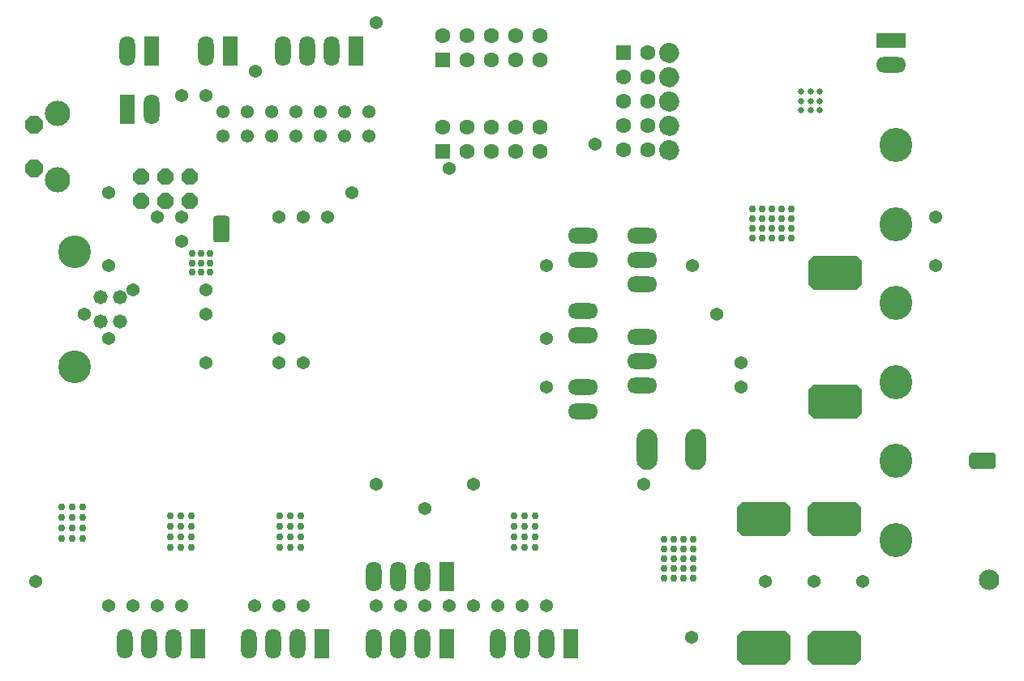
<source format=gbs>
G04 Layer_Color=16711935*
%FSLAX25Y25*%
%MOIN*%
G70*
G01*
G75*
%ADD115C,0.03000*%
%ADD121C,0.08400*%
G04:AMPARAMS|DCode=252|XSize=54mil|YSize=54mil|CornerRadius=27mil|HoleSize=0mil|Usage=FLASHONLY|Rotation=270.000|XOffset=0mil|YOffset=0mil|HoleType=Round|Shape=RoundedRectangle|*
%AMROUNDEDRECTD252*
21,1,0.05400,0.00000,0,0,270.0*
21,1,0.00000,0.05400,0,0,270.0*
1,1,0.05400,0.00000,0.00000*
1,1,0.05400,0.00000,0.00000*
1,1,0.05400,0.00000,0.00000*
1,1,0.05400,0.00000,0.00000*
%
%ADD252ROUNDEDRECTD252*%
%ADD257R,0.06305X0.06305*%
%ADD258C,0.06305*%
%ADD259O,0.06400X0.12400*%
%ADD260R,0.06400X0.12400*%
%ADD261R,0.06305X0.06305*%
%ADD262O,0.13400X0.14000*%
%ADD263O,0.12400X0.06400*%
%ADD264O,0.08650X0.16900*%
G04:AMPARAMS|DCode=265|XSize=137mil|YSize=87mil|CornerRadius=0mil|HoleSize=0mil|Usage=FLASHONLY|Rotation=270.000|XOffset=0mil|YOffset=0mil|HoleType=Round|Shape=Octagon|*
%AMOCTAGOND265*
4,1,8,-0.02175,-0.06850,0.02175,-0.06850,0.04350,-0.04675,0.04350,0.04675,0.02175,0.06850,-0.02175,0.06850,-0.04350,0.04675,-0.04350,-0.04675,-0.02175,-0.06850,0.0*
%
%ADD265OCTAGOND265*%

%ADD266P,0.07144X8X22.5*%
%ADD267C,0.13450*%
%ADD268C,0.05800*%
%ADD269C,0.10400*%
%ADD270P,0.08010X8X292.5*%
%ADD271R,0.12400X0.06400*%
%ADD272C,0.05439*%
%ADD273C,0.02600*%
%ADD274C,0.04200*%
%ADD275R,0.07045X0.03543*%
%ADD276R,0.03543X0.07045*%
G04:AMPARAMS|DCode=277|XSize=54mil|YSize=54mil|CornerRadius=27mil|HoleSize=0mil|Usage=FLASHONLY|Rotation=0.000|XOffset=0mil|YOffset=0mil|HoleType=Round|Shape=RoundedRectangle|*
%AMROUNDEDRECTD277*
21,1,0.05400,0.00000,0,0,0.0*
21,1,0.00000,0.05400,0,0,0.0*
1,1,0.05400,0.00000,0.00000*
1,1,0.05400,0.00000,0.00000*
1,1,0.05400,0.00000,0.00000*
1,1,0.05400,0.00000,0.00000*
%
%ADD277ROUNDEDRECTD277*%
G04:AMPARAMS|DCode=278|XSize=50mil|YSize=67mil|CornerRadius=13.5mil|HoleSize=0mil|Usage=FLASHONLY|Rotation=270.000|XOffset=0mil|YOffset=0mil|HoleType=Round|Shape=RoundedRectangle|*
%AMROUNDEDRECTD278*
21,1,0.05000,0.04000,0,0,270.0*
21,1,0.02300,0.06700,0,0,270.0*
1,1,0.02700,-0.02000,-0.01150*
1,1,0.02700,-0.02000,0.01150*
1,1,0.02700,0.02000,0.01150*
1,1,0.02700,0.02000,-0.01150*
%
%ADD278ROUNDEDRECTD278*%
G04:AMPARAMS|DCode=279|XSize=50mil|YSize=67mil|CornerRadius=13.5mil|HoleSize=0mil|Usage=FLASHONLY|Rotation=180.000|XOffset=0mil|YOffset=0mil|HoleType=Round|Shape=RoundedRectangle|*
%AMROUNDEDRECTD279*
21,1,0.05000,0.04000,0,0,180.0*
21,1,0.02300,0.06700,0,0,180.0*
1,1,0.02700,-0.01150,0.02000*
1,1,0.02700,0.01150,0.02000*
1,1,0.02700,0.01150,-0.02000*
1,1,0.02700,-0.01150,-0.02000*
%
%ADD279ROUNDEDRECTD279*%
G36*
X344280Y60135D02*
X335179D01*
Y74035D01*
X344280D01*
Y60135D01*
D02*
G37*
G36*
X315275Y7175D02*
X306175D01*
Y21075D01*
X315275D01*
Y7175D01*
D02*
G37*
G36*
X344280Y7135D02*
X335179D01*
Y21035D01*
X344280D01*
Y7135D01*
D02*
G37*
G36*
X344779Y161435D02*
X335680D01*
Y175335D01*
X344779D01*
Y161435D01*
D02*
G37*
G36*
Y108435D02*
X335680D01*
Y122335D01*
X344779D01*
Y108435D01*
D02*
G37*
G36*
X315275Y60175D02*
X306175D01*
Y74075D01*
X315275D01*
Y60175D01*
D02*
G37*
G54D115*
X318188Y182852D02*
D03*
X322188D02*
D03*
Y186852D02*
D03*
X318188D02*
D03*
Y190852D02*
D03*
X322188D02*
D03*
Y194852D02*
D03*
X318188D02*
D03*
X310188D02*
D03*
X306188D02*
D03*
Y190852D02*
D03*
X310188D02*
D03*
Y186852D02*
D03*
X306188D02*
D03*
Y182852D02*
D03*
X310188D02*
D03*
X314188D02*
D03*
Y186852D02*
D03*
Y194852D02*
D03*
Y190852D02*
D03*
X273656Y50743D02*
D03*
X269656D02*
D03*
X277656D02*
D03*
X281656D02*
D03*
Y46742D02*
D03*
Y42742D02*
D03*
X277656D02*
D03*
Y46742D02*
D03*
X273656D02*
D03*
Y42742D02*
D03*
X269656D02*
D03*
Y46742D02*
D03*
Y54742D02*
D03*
Y58742D02*
D03*
X273656D02*
D03*
Y54742D02*
D03*
X277656D02*
D03*
Y58742D02*
D03*
X281656D02*
D03*
Y54742D02*
D03*
X79575Y172575D02*
D03*
Y176315D02*
D03*
X75806Y176351D02*
D03*
X75854Y172575D02*
D03*
X75835Y168736D02*
D03*
X79575Y168835D02*
D03*
X83315D02*
D03*
Y172575D02*
D03*
Y176315D02*
D03*
X22006Y72076D02*
D03*
X30668Y59084D02*
D03*
X26337D02*
D03*
X22006D02*
D03*
X30668Y63415D02*
D03*
X26337D02*
D03*
X22006D02*
D03*
X30668Y67746D02*
D03*
X26337D02*
D03*
X22006D02*
D03*
X30668Y72076D02*
D03*
X26337D02*
D03*
X71075Y68476D02*
D03*
X75406D02*
D03*
X66744Y64146D02*
D03*
X71075D02*
D03*
X75406D02*
D03*
X66744Y59815D02*
D03*
X71075D02*
D03*
X75406D02*
D03*
X66744Y55484D02*
D03*
X71075D02*
D03*
X75406D02*
D03*
X66744Y68476D02*
D03*
X111744D02*
D03*
X120405Y55484D02*
D03*
X116075D02*
D03*
X111744D02*
D03*
X120405Y59815D02*
D03*
X116075D02*
D03*
X111744D02*
D03*
X120405Y64146D02*
D03*
X116075D02*
D03*
X111744D02*
D03*
X120405Y68476D02*
D03*
X116075D02*
D03*
X212475D02*
D03*
X216806D02*
D03*
X208144Y64146D02*
D03*
X212475D02*
D03*
X216806D02*
D03*
X208144Y59815D02*
D03*
X212475D02*
D03*
X216806D02*
D03*
X208144Y55484D02*
D03*
X212475D02*
D03*
X216806D02*
D03*
X208144Y68476D02*
D03*
G54D121*
X403642Y42126D02*
D03*
G54D252*
X301575Y121575D02*
D03*
X291575Y151575D02*
D03*
X281575Y171575D02*
D03*
X191575Y31575D02*
D03*
X211575D02*
D03*
X201575D02*
D03*
X221575D02*
D03*
X151575D02*
D03*
X171575D02*
D03*
X161575D02*
D03*
X181575D02*
D03*
X71575D02*
D03*
X111575D02*
D03*
X101575D02*
D03*
X121575D02*
D03*
X11575Y41575D02*
D03*
X281275Y18375D02*
D03*
X221575Y121575D02*
D03*
X241575Y221575D02*
D03*
X51575Y31575D02*
D03*
X41575D02*
D03*
X61575D02*
D03*
X151575Y81575D02*
D03*
X171575Y71575D02*
D03*
X191575Y81575D02*
D03*
X121575Y191575D02*
D03*
X51575Y161575D02*
D03*
X41575Y171575D02*
D03*
X141575Y201575D02*
D03*
X81575Y241575D02*
D03*
G54D257*
X253243Y259146D02*
D03*
G54D258*
X263243D02*
D03*
X253243Y249146D02*
D03*
X263243D02*
D03*
X253243Y239146D02*
D03*
X263243D02*
D03*
X253243Y229146D02*
D03*
X263243D02*
D03*
X253243Y219146D02*
D03*
X263243D02*
D03*
X218975Y228475D02*
D03*
Y218475D02*
D03*
X208975Y228475D02*
D03*
Y218475D02*
D03*
X198975Y228475D02*
D03*
Y218475D02*
D03*
X188975Y228475D02*
D03*
Y218475D02*
D03*
X178975Y228475D02*
D03*
X218975Y265975D02*
D03*
Y255975D02*
D03*
X208975Y265975D02*
D03*
Y255975D02*
D03*
X198975Y265975D02*
D03*
Y255975D02*
D03*
X188975Y265975D02*
D03*
Y255975D02*
D03*
X178975Y265975D02*
D03*
G54D259*
X47992Y15748D02*
D03*
X57992D02*
D03*
X67992D02*
D03*
X119173D02*
D03*
X109173D02*
D03*
X99173D02*
D03*
X150354Y43307D02*
D03*
X160354D02*
D03*
X170354D02*
D03*
Y15748D02*
D03*
X160354D02*
D03*
X150354D02*
D03*
X201575Y15787D02*
D03*
X211575D02*
D03*
X221575D02*
D03*
X133195Y259842D02*
D03*
X123195D02*
D03*
X113195D02*
D03*
X81400Y259800D02*
D03*
X49300D02*
D03*
X59300Y235700D02*
D03*
G54D260*
X77992Y15748D02*
D03*
X129173D02*
D03*
X180354Y43307D02*
D03*
Y15748D02*
D03*
X231575Y15787D02*
D03*
X143195Y259842D02*
D03*
X91400Y259800D02*
D03*
X59300D02*
D03*
X49300Y235700D02*
D03*
G54D261*
X178975Y218475D02*
D03*
Y255975D02*
D03*
G54D262*
X365275Y221025D02*
D03*
Y188525D02*
D03*
Y156025D02*
D03*
Y123525D02*
D03*
Y91025D02*
D03*
Y58525D02*
D03*
G54D263*
X260875Y142275D02*
D03*
Y132275D02*
D03*
Y122275D02*
D03*
X260975Y183675D02*
D03*
Y173675D02*
D03*
Y163675D02*
D03*
X236614Y173740D02*
D03*
Y183740D02*
D03*
Y111535D02*
D03*
Y121535D02*
D03*
X363075Y254175D02*
D03*
X236614Y142638D02*
D03*
Y152638D02*
D03*
G54D264*
X282675Y95875D02*
D03*
X262675D02*
D03*
G54D265*
X346475Y14075D02*
D03*
X333075D02*
D03*
Y67075D02*
D03*
X346475D02*
D03*
X317470Y67114D02*
D03*
X304070D02*
D03*
Y14114D02*
D03*
X317470D02*
D03*
X333575Y168375D02*
D03*
X346975D02*
D03*
Y115375D02*
D03*
X333575D02*
D03*
G54D266*
X74827Y208031D02*
D03*
Y198031D02*
D03*
X64828Y208031D02*
D03*
Y198031D02*
D03*
X54827Y208031D02*
D03*
Y198031D02*
D03*
G54D267*
X27559Y129843D02*
D03*
Y177165D02*
D03*
G54D268*
X38259Y148543D02*
D03*
Y158465D02*
D03*
X46159D02*
D03*
Y148543D02*
D03*
G54D269*
X20648Y206672D02*
D03*
Y234272D02*
D03*
G54D270*
X10848Y211572D02*
D03*
Y229372D02*
D03*
G54D271*
X363075Y264175D02*
D03*
G54D272*
X88500Y224800D02*
D03*
Y234800D02*
D03*
X98500Y224800D02*
D03*
Y234800D02*
D03*
X108500Y224800D02*
D03*
Y234800D02*
D03*
X118500Y224800D02*
D03*
Y234800D02*
D03*
X128500Y224800D02*
D03*
Y234800D02*
D03*
X138500Y224800D02*
D03*
Y234800D02*
D03*
X148500Y224800D02*
D03*
Y234800D02*
D03*
G54D273*
X326106Y235295D02*
D03*
X330043D02*
D03*
X333980D02*
D03*
Y239232D02*
D03*
Y243169D02*
D03*
X330043D02*
D03*
X326106D02*
D03*
Y239232D02*
D03*
X330043D02*
D03*
G54D274*
X273739Y259255D02*
X273510Y260185D01*
X272875Y260901D01*
X271980Y261241D01*
X271029Y261125D01*
X270242Y260581D01*
X269797Y259734D01*
Y258776D01*
X270242Y257929D01*
X271029Y257385D01*
X271980Y257270D01*
X272875Y257609D01*
X273510Y258326D01*
X273739Y259255D01*
Y249235D02*
X273510Y250165D01*
X272875Y250881D01*
X271980Y251220D01*
X271029Y251105D01*
X270242Y250561D01*
X269797Y249714D01*
Y248756D01*
X270242Y247909D01*
X271029Y247365D01*
X271980Y247250D01*
X272875Y247589D01*
X273510Y248306D01*
X273739Y249235D01*
Y239215D02*
X273510Y240144D01*
X272875Y240861D01*
X271980Y241200D01*
X271029Y241085D01*
X270242Y240541D01*
X269797Y239694D01*
Y238736D01*
X270242Y237889D01*
X271029Y237345D01*
X271980Y237229D01*
X272875Y237569D01*
X273510Y238285D01*
X273739Y239215D01*
X273775Y229195D02*
X273546Y230124D01*
X272911Y230841D01*
X272016Y231180D01*
X271066Y231065D01*
X270278Y230521D01*
X269833Y229674D01*
Y228716D01*
X270278Y227869D01*
X271066Y227325D01*
X272016Y227209D01*
X272911Y227549D01*
X273546Y228265D01*
X273775Y229195D01*
Y219175D02*
X273546Y220104D01*
X272911Y220821D01*
X272016Y221160D01*
X271066Y221045D01*
X270278Y220501D01*
X269833Y219653D01*
Y218696D01*
X270278Y217848D01*
X271066Y217305D01*
X272016Y217189D01*
X272911Y217529D01*
X273546Y218245D01*
X273775Y219175D01*
G54D275*
X87816Y186614D02*
D03*
G54D276*
X400773Y91052D02*
D03*
G54D277*
X351575Y41575D02*
D03*
X331575D02*
D03*
X311575D02*
D03*
X151575Y271575D02*
D03*
X31575Y151575D02*
D03*
X41575Y141575D02*
D03*
X71575Y191575D02*
D03*
X41575Y201575D02*
D03*
X61575Y191575D02*
D03*
X71575Y181575D02*
D03*
X101675Y251575D02*
D03*
X71575Y241575D02*
D03*
X131575Y191575D02*
D03*
X181575Y211575D02*
D03*
X111575Y191575D02*
D03*
X221575Y171575D02*
D03*
Y141575D02*
D03*
X301575Y131575D02*
D03*
X381575Y171575D02*
D03*
X261575Y81575D02*
D03*
X381575Y191575D02*
D03*
X81575Y131575D02*
D03*
Y151575D02*
D03*
Y161575D02*
D03*
X111575Y141575D02*
D03*
X121575Y131575D02*
D03*
X111575D02*
D03*
G54D278*
X87894Y183516D02*
D03*
Y189516D02*
D03*
G54D279*
X397675Y90975D02*
D03*
X403675D02*
D03*
M02*

</source>
